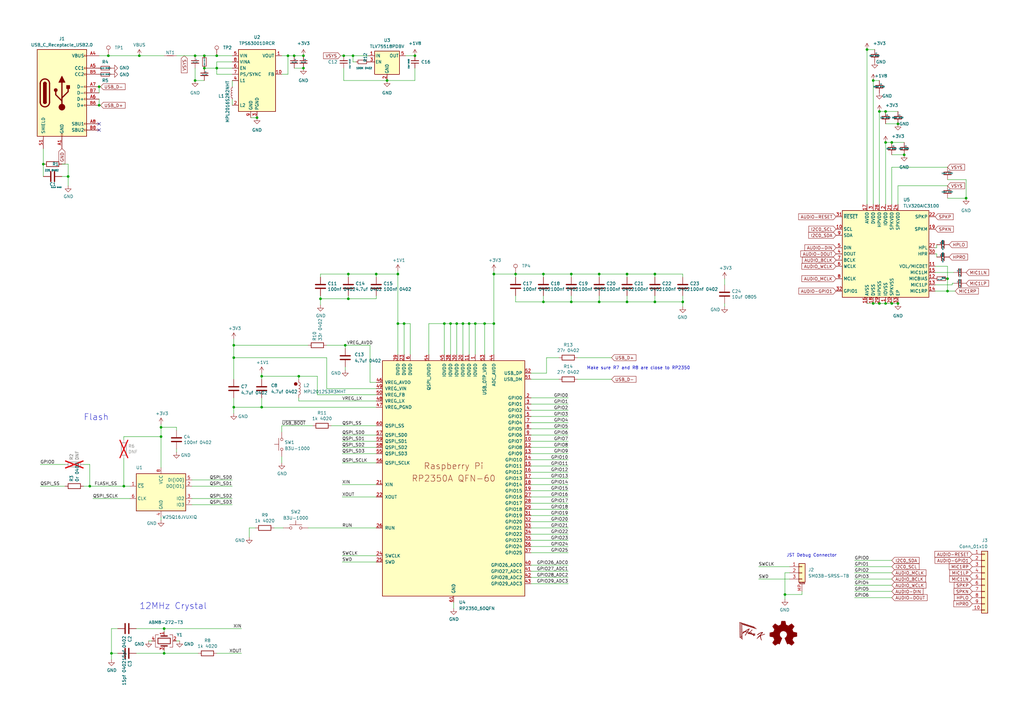
<source format=kicad_sch>
(kicad_sch (version 20231120) (generator "eeschema") (generator_version "8.0")
  (paper "A3")
  (title_block (title "EnvOpenPico") (date "2020-12-18") (company "Envious.Design"))
  (junction (at 358.14 33.02))
  (junction (at 257.175 123.825))
  (junction (at 187.325 132.715))
  (junction (at 245.745 112.395))
  (junction (at 234.315 123.825))
  (junction (at 124.46 27.94))
  (junction (at 170.18 22.86))
  (junction (at 107.315 167.005))
  (junction (at 154.305 112.395))
  (junction (at 365.76 124.46))
  (junction (at 370.84 63.5))
  (junction (at 144.78 22.86))
  (junction (at 163.195 132.715))
  (junction (at 396.24 81.28))
  (junction (at 44.45 22.86))
  (junction (at 245.745 123.825))
  (junction (at 80.01 33.02))
  (junction (at 184.785 132.715))
  (junction (at 222.885 112.395))
  (junction (at 67.31 267.97))
  (junction (at 27.94 72.39))
  (junction (at 165.735 132.715))
  (junction (at 202.565 112.395))
  (junction (at 95.885 141.605))
  (junction (at 363.22 124.46))
  (junction (at 40.64 35.56))
  (junction (at 45.72 267.97))
  (junction (at 368.3 124.46))
  (junction (at 80.01 22.86))
  (junction (at 40.64 43.18))
  (junction (at 124.46 22.86))
  (junction (at 158.75 33.02))
  (junction (at 363.22 58.42))
  (junction (at 365.76 58.42))
  (junction (at 88.9 22.86))
  (junction (at 189.865 132.715))
  (junction (at 66.04 179.07))
  (junction (at 131.445 122.555))
  (junction (at 67.31 257.81))
  (junction (at 358.14 124.46))
  (junction (at 57.15 22.86))
  (junction (at 107.315 154.305))
  (junction (at 368.3 50.8))
  (junction (at 280.035 123.825))
  (junction (at 257.175 112.395))
  (junction (at 122.555 154.305))
  (junction (at 163.195 112.395))
  (junction (at 95.885 167.005))
  (junction (at 355.6 20.32))
  (junction (at 142.875 122.555))
  (junction (at 120.65 22.86))
  (junction (at 234.315 112.395))
  (junction (at 140.97 22.86))
  (junction (at 192.405 132.715))
  (junction (at 83.82 22.86))
  (junction (at 105.41 48.26))
  (junction (at 141.605 141.605))
  (junction (at 83.82 27.94))
  (junction (at 182.245 132.715))
  (junction (at 388.62 114.3))
  (junction (at 88.9 27.94))
  (junction (at 268.605 123.825))
  (junction (at 268.605 112.395))
  (junction (at 222.885 123.825))
  (junction (at 388.62 119.38))
  (junction (at 321.945 243.84))
  (junction (at 17.78 67.31))
  (junction (at 363.22 45.72))
  (junction (at 50.8 199.39))
  (junction (at 95.885 146.685))
  (junction (at 198.755 132.715))
  (junction (at 360.68 45.72))
  (junction (at 202.565 132.715))
  (junction (at 142.875 112.395))
  (junction (at 118.11 22.86))
  (junction (at 360.68 124.46))
  (junction (at 194.945 132.715))
  (junction (at 36.83 199.39))
  (junction (at 211.455 112.395))
  (junction (at 66.04 175.26))
  (no_connect (at 40.64 50.8))
  (no_connect (at 40.64 53.34))
  (wire (pts (xy 245.745 113.665) (xy 245.745 112.395)))
  (wire (pts (xy 217.805 155.575) (xy 229.235 155.575)))
  (wire (pts (xy 184.785 145.415) (xy 184.785 132.715)))
  (wire (pts (xy 133.985 146.685) (xy 133.985 159.385)))
  (wire (pts (xy 44.45 22.86) (xy 57.15 22.86)))
  (wire (pts (xy 388.62 109.22) (xy 388.62 114.3)))
  (wire (pts (xy 383.54 109.22) (xy 388.62 109.22)))
  (wire (pts (xy 130.175 161.925) (xy 130.175 154.305)))
  (wire (pts (xy 66.04 179.07) (xy 66.04 191.77)))
  (wire (pts (xy 217.805 165.735) (xy 233.045 165.735)))
  (wire (pts (xy 115.57 187.325) (xy 115.57 189.865)))
  (wire (pts (xy 234.315 112.395) (xy 245.745 112.395)))
  (wire (pts (xy 268.605 123.825) (xy 280.035 123.825)))
  (wire (pts (xy 211.455 112.395) (xy 222.885 112.395)))
  (wire (pts (xy 78.74 199.39) (xy 95.25 199.39)))
  (wire (pts (xy 396.24 73.66) (xy 396.24 81.28)))
  (wire (pts (xy 105.41 48.26) (xy 102.87 48.26)))
  (wire (pts (xy 130.175 154.305) (xy 122.555 154.305)))
  (wire (pts (xy 126.365 216.535) (xy 154.305 216.535)))
  (wire (pts (xy 16.51 190.5) (xy 26.67 190.5)))
  (wire (pts (xy 95.885 146.685) (xy 133.985 146.685)))
  (wire (pts (xy 107.315 153.035) (xy 107.315 154.305)))
  (wire (pts (xy 222.885 113.665) (xy 222.885 112.395)))
  (wire (pts (xy 142.875 122.555) (xy 154.305 122.555)))
  (wire (pts (xy 140.335 180.975) (xy 154.305 180.975)))
  (wire (pts (xy 198.755 145.415) (xy 198.755 132.715)))
  (wire (pts (xy 151.765 141.605) (xy 151.765 156.845)))
  (wire (pts (xy 224.155 146.685) (xy 229.235 146.685)))
  (wire (pts (xy 350.52 240.03) (xy 365.76 240.03)))
  (wire (pts (xy 217.805 206.375) (xy 233.045 206.375)))
  (wire (pts (xy 217.805 168.275) (xy 233.045 168.275)))
  (wire (pts (xy 88.9 267.97) (xy 99.06 267.97)))
  (wire (pts (xy 115.57 30.48) (xy 118.11 30.48)))
  (wire (pts (xy 140.335 178.435) (xy 154.305 178.435)))
  (wire (pts (xy 217.805 196.215) (xy 233.045 196.215)))
  (wire (pts (xy 165.735 145.415) (xy 165.735 132.715)))
  (wire (pts (xy 257.175 121.285) (xy 257.175 123.825)))
  (wire (pts (xy 365.76 58.42) (xy 370.84 58.42)))
  (wire (pts (xy 388.62 73.66) (xy 396.24 73.66)))
  (wire (pts (xy 72.39 22.86) (xy 80.01 22.86)))
  (wire (pts (xy 144.78 22.86) (xy 151.13 22.86)))
  (wire (pts (xy 131.445 112.395) (xy 142.875 112.395)))
  (wire (pts (xy 95.885 146.685) (xy 95.885 155.575)))
  (wire (pts (xy 168.275 132.715) (xy 168.275 145.415)))
  (wire (pts (xy 257.175 112.395) (xy 268.605 112.395)))
  (wire (pts (xy 217.805 193.675) (xy 233.045 193.675)))
  (wire (pts (xy 140.97 27.94) (xy 140.97 33.02)))
  (wire (pts (xy 122.555 164.465) (xy 122.555 163.195)))
  (wire (pts (xy 198.755 132.715) (xy 202.565 132.715)))
  (wire (pts (xy 368.3 76.2) (xy 368.3 83.82)))
  (wire (pts (xy 360.68 45.72) (xy 363.22 45.72)))
  (wire (pts (xy 66.04 173.99) (xy 66.04 175.26)))
  (wire (pts (xy 311.15 237.49) (xy 323.85 237.49)))
  (wire (pts (xy 194.945 132.715) (xy 194.945 145.415)))
  (wire (pts (xy 50.8 180.34) (xy 50.8 179.07)))
  (wire (pts (xy 217.805 188.595) (xy 233.045 188.595)))
  (wire (pts (xy 358.14 33.02) (xy 360.68 33.02)))
  (wire (pts (xy 72.39 262.89) (xy 73.66 262.89)))
  (wire (pts (xy 83.82 27.94) (xy 88.9 27.94)))
  (wire (pts (xy 217.805 198.755) (xy 233.045 198.755)))
  (wire (pts (xy 217.805 153.035) (xy 224.155 153.035)))
  (wire (pts (xy 140.97 22.86) (xy 144.78 22.86)))
  (wire (pts (xy 350.52 229.87) (xy 365.76 229.87)))
  (wire (pts (xy 107.315 154.305) (xy 122.555 154.305)))
  (wire (pts (xy 384.175 100.33) (xy 384.175 101.6)))
  (wire (pts (xy 67.31 257.81) (xy 99.06 257.81)))
  (wire (pts (xy 140.335 198.755) (xy 154.305 198.755)))
  (wire (pts (xy 112.395 216.535) (xy 116.205 216.535)))
  (wire (pts (xy 388.62 81.28) (xy 396.24 81.28)))
  (wire (pts (xy 234.315 121.285) (xy 234.315 123.825)))
  (wire (pts (xy 182.245 132.715) (xy 184.785 132.715)))
  (wire (pts (xy 280.035 123.825) (xy 280.035 125.73)))
  (wire (pts (xy 67.31 259.08) (xy 67.31 257.81)))
  (wire (pts (xy 202.565 111.125) (xy 202.565 112.395)))
  (wire (pts (xy 72.39 175.26) (xy 66.04 175.26)))
  (wire (pts (xy 323.85 234.95) (xy 321.945 234.95)))
  (wire (pts (xy 102.235 216.535) (xy 102.235 220.345)))
  (wire (pts (xy 140.335 186.055) (xy 154.305 186.055)))
  (wire (pts (xy 217.805 226.695) (xy 233.045 226.695)))
  (wire (pts (xy 245.745 121.285) (xy 245.745 123.825)))
  (wire (pts (xy 245.745 112.395) (xy 257.175 112.395)))
  (wire (pts (xy 95.885 141.605) (xy 95.885 146.685)))
  (wire (pts (xy 358.14 124.46) (xy 360.68 124.46)))
  (wire (pts (xy 163.195 112.395) (xy 163.195 132.715)))
  (wire (pts (xy 95.885 139.065) (xy 95.885 141.605)))
  (wire (pts (xy 57.15 22.86) (xy 67.31 22.86)))
  (wire (pts (xy 165.735 132.715) (xy 168.275 132.715)))
  (wire (pts (xy 88.9 27.94) (xy 88.9 25.4)))
  (wire (pts (xy 328.93 242.57) (xy 328.93 243.84)))
  (wire (pts (xy 217.805 219.075) (xy 233.045 219.075)))
  (wire (pts (xy 141.605 151.765) (xy 141.605 150.495)))
  (wire (pts (xy 211.455 113.665) (xy 211.455 112.395)))
  (wire (pts (xy 140.97 33.02) (xy 158.75 33.02)))
  (wire (pts (xy 120.65 27.94) (xy 124.46 27.94)))
  (wire (pts (xy 360.68 124.46) (xy 363.22 124.46)))
  (wire (pts (xy 27.94 67.31) (xy 27.94 72.39)))
  (wire (pts (xy 154.305 112.395) (xy 163.195 112.395)))
  (wire (pts (xy 107.315 167.005) (xy 154.305 167.005)))
  (wire (pts (xy 128.27 174.625) (xy 115.57 174.625)))
  (wire (pts (xy 166.37 22.86) (xy 170.18 22.86)))
  (wire (pts (xy 40.64 40.64) (xy 40.64 43.18)))
  (wire (pts (xy 194.945 132.715) (xy 198.755 132.715)))
  (wire (pts (xy 355.6 124.46) (xy 358.14 124.46)))
  (wire (pts (xy 34.29 190.5) (xy 36.83 190.5)))
  (wire (pts (xy 122.555 154.305) (xy 122.555 155.575)))
  (wire (pts (xy 45.72 257.81) (xy 45.72 267.97)))
  (wire (pts (xy 280.035 113.665) (xy 280.035 112.395)))
  (wire (pts (xy 118.11 30.48) (xy 118.11 22.86)))
  (wire (pts (xy 217.805 163.195) (xy 233.045 163.195)))
  (wire (pts (xy 217.805 208.915) (xy 233.045 208.915)))
  (wire (pts (xy 222.885 121.285) (xy 222.885 123.825)))
  (wire (pts (xy 217.805 178.435) (xy 233.045 178.435)))
  (wire (pts (xy 36.83 190.5) (xy 36.83 199.39)))
  (wire (pts (xy 358.14 33.02) (xy 358.14 83.82)))
  (wire (pts (xy 80.01 22.86) (xy 83.82 22.86)))
  (wire (pts (xy 217.805 203.835) (xy 233.045 203.835)))
  (wire (pts (xy 384.175 105.41) (xy 384.175 104.14)))
  (wire (pts (xy 142.875 112.395) (xy 154.305 112.395)))
  (wire (pts (xy 360.68 45.72) (xy 360.68 83.82)))
  (wire (pts (xy 217.805 186.055) (xy 233.045 186.055)))
  (wire (pts (xy 192.405 132.715) (xy 194.945 132.715)))
  (wire (pts (xy 217.805 216.535) (xy 233.045 216.535)))
  (wire (pts (xy 170.18 33.02) (xy 158.75 33.02)))
  (wire (pts (xy 391.795 119.38) (xy 388.62 119.38)))
  (wire (pts (xy 66.04 212.09) (xy 66.04 213.36)))
  (wire (pts (xy 107.315 155.575) (xy 107.315 154.305)))
  (wire (pts (xy 154.305 227.965) (xy 140.335 227.965)))
  (wire (pts (xy 390.525 116.84) (xy 383.54 116.84)))
  (wire (pts (xy 350.52 234.95) (xy 365.76 234.95)))
  (wire (pts (xy 236.855 155.575) (xy 250.825 155.575)))
  (wire (pts (xy 186.055 247.015) (xy 186.055 249.555)))
  (wire (pts (xy 66.04 175.26) (xy 66.04 179.07)))
  (wire (pts (xy 187.325 132.715) (xy 189.865 132.715)))
  (wire (pts (xy 72.39 176.53) (xy 72.39 175.26)))
  (wire (pts (xy 268.605 123.825) (xy 257.175 123.825)))
  (wire (pts (xy 363.22 58.42) (xy 363.22 83.82)))
  (wire (pts (xy 234.315 113.665) (xy 234.315 112.395)))
  (wire (pts (xy 154.305 174.625) (xy 135.89 174.625)))
  (wire (pts (xy 107.315 163.195) (xy 107.315 167.005)))
  (wire (pts (xy 268.605 112.395) (xy 280.035 112.395)))
  (wire (pts (xy 88.9 25.4) (xy 95.25 25.4)))
  (wire (pts (xy 154.305 122.555) (xy 154.305 121.285)))
  (wire (pts (xy 80.01 33.02) (xy 80.01 27.94)))
  (wire (pts (xy 151.765 156.845) (xy 154.305 156.845)))
  (wire (pts (xy 55.88 257.81) (xy 67.31 257.81)))
  (wire (pts (xy 60.96 262.89) (xy 62.23 262.89)))
  (wire (pts (xy 95.885 167.005) (xy 95.885 169.545)))
  (wire (pts (xy 131.445 122.555) (xy 131.445 125.095)))
  (wire (pts (xy 321.945 243.84) (xy 321.945 245.745)))
  (wire (pts (xy 48.26 257.81) (xy 45.72 257.81)))
  (wire (pts (xy 48.26 267.97) (xy 45.72 267.97)))
  (wire (pts (xy 133.985 159.385) (xy 154.305 159.385)))
  (wire (pts (xy 217.805 239.395) (xy 233.045 239.395)))
  (wire (pts (xy 257.175 113.665) (xy 257.175 112.395)))
  (wire (pts (xy 163.195 132.715) (xy 163.195 145.415)))
  (wire (pts (xy 154.305 113.665) (xy 154.305 112.395)))
  (wire (pts (xy 350.52 242.57) (xy 365.76 242.57)))
  (wire (pts (xy 187.325 145.415) (xy 187.325 132.715)))
  (wire (pts (xy 40.64 22.86) (xy 44.45 22.86)))
  (wire (pts (xy 355.6 20.32) (xy 355.6 83.82)))
  (wire (pts (xy 365.76 68.58) (xy 388.62 68.58)))
  (wire (pts (xy 16.51 199.39) (xy 26.67 199.39)))
  (wire (pts (xy 217.805 180.975) (xy 233.045 180.975)))
  (wire (pts (xy 131.445 121.285) (xy 131.445 122.555)))
  (wire (pts (xy 222.885 112.395) (xy 234.315 112.395)))
  (wire (pts (xy 88.9 22.86) (xy 95.25 22.86)))
  (wire (pts (xy 365.76 63.5) (xy 370.84 63.5)))
  (wire (pts (xy 154.305 230.505) (xy 140.335 230.505)))
  (wire (pts (xy 120.65 22.86) (xy 124.46 22.86)))
  (wire (pts (xy 17.78 67.31) (xy 17.78 72.39)))
  (wire (pts (xy 217.805 175.895) (xy 233.045 175.895)))
  (wire (pts (xy 88.9 27.94) (xy 88.9 30.48)))
  (wire (pts (xy 355.6 20.32) (xy 358.775 20.32)))
  (wire (pts (xy 217.805 234.315) (xy 233.045 234.315)))
  (wire (pts (xy 268.605 113.665) (xy 268.605 112.395)))
  (wire (pts (xy 383.54 111.76) (xy 391.16 111.76)))
  (wire (pts (xy 175.895 145.415) (xy 175.895 132.715)))
  (wire (pts (xy 202.565 132.715) (xy 202.565 145.415)))
  (wire (pts (xy 245.745 123.825) (xy 234.315 123.825)))
  (wire (pts (xy 363.22 45.72) (xy 368.3 45.72)))
  (wire (pts (xy 131.445 113.665) (xy 131.445 112.395)))
  (wire (pts (xy 224.155 146.685) (xy 224.155 153.035)))
  (wire (pts (xy 217.805 170.815) (xy 233.045 170.815)))
  (wire (pts (xy 118.11 22.86) (xy 115.57 22.86)))
  (wire (pts (xy 141.605 141.605) (xy 151.765 141.605)))
  (wire (pts (xy 363.22 58.42) (xy 365.76 58.42)))
  (wire (pts (xy 222.885 123.825) (xy 211.455 123.825)))
  (wire (pts (xy 365.76 68.58) (xy 365.76 83.82)))
  (wire (pts (xy 95.885 141.605) (xy 126.365 141.605)))
  (wire (pts (xy 234.315 123.825) (xy 222.885 123.825)))
  (wire (pts (xy 368.3 76.2) (xy 388.62 76.2)))
  (wire (pts (xy 384.175 101.6) (xy 383.54 101.6)))
  (wire (pts (xy 78.74 204.47) (xy 95.25 204.47)))
  (wire (pts (xy 390.525 116.205) (xy 391.16 116.205)))
  (wire (pts (xy 78.74 196.85) (xy 95.25 196.85)))
  (wire (pts (xy 363.22 50.8) (xy 368.3 50.8)))
  (wire (pts (xy 163.195 111.125) (xy 163.195 112.395)))
  (wire (pts (xy 55.88 267.97) (xy 67.31 267.97)))
  (wire (pts (xy 268.605 121.285) (xy 268.605 123.825)))
  (wire (pts (xy 192.405 145.415) (xy 192.405 132.715)))
  (wire (pts (xy 217.805 221.615) (xy 233.045 221.615)))
  (wire (pts (xy 189.865 145.415) (xy 189.865 132.715)))
  (wire (pts (xy 25.4 67.31) (xy 27.94 67.31)))
  (wire (pts (xy 154.305 161.925) (xy 130.175 161.925)))
  (wire (pts (xy 139.7 22.86) (xy 140.97 22.86)))
  (wire (pts (xy 217.805 213.995) (xy 233.045 213.995)))
  (wire (pts (xy 217.805 201.295) (xy 233.045 201.295)))
  (wire (pts (xy 88.9 27.94) (xy 95.25 27.94)))
  (wire (pts (xy 211.455 121.285) (xy 211.455 123.825)))
  (wire (pts (xy 388.62 114.3) (xy 388.62 119.38)))
  (wire (pts (xy 365.76 124.46) (xy 363.22 124.46)))
  (wire (pts (xy 133.985 141.605) (xy 141.605 141.605)))
  (wire (pts (xy 72.39 184.15) (xy 72.39 185.42)))
  (wire (pts (xy 175.895 132.715) (xy 182.245 132.715)))
  (wire (pts (xy 311.15 232.41) (xy 323.85 232.41)))
  (wire (pts (xy 95.885 167.005) (xy 107.315 167.005)))
  (wire (pts (xy 50.8 199.39) (xy 53.34 199.39)))
  (wire (pts (xy 40.64 43.18) (xy 41.275 43.18)))
  (wire (pts (xy 182.245 145.415) (xy 182.245 132.715)))
  (wire (pts (xy 280.035 121.285) (xy 280.035 123.825)))
  (wire (pts (xy 67.31 266.7) (xy 67.31 267.97)))
  (wire (pts (xy 217.805 173.355) (xy 233.045 173.355)))
  (wire (pts (xy 67.31 267.97) (xy 81.28 267.97)))
  (wire (pts (xy 350.52 245.11) (xy 365.76 245.11)))
  (wire (pts (xy 165.735 132.715) (xy 163.195 132.715)))
  (wire (pts (xy 80.01 33.02) (xy 83.82 33.02)))
  (wire (pts (xy 118.11 22.86) (xy 120.65 22.86)))
  (wire (pts (xy 368.3 124.46) (xy 365.76 124.46)))
  (wire (pts (xy 146.05 25.4) (xy 144.78 25.4)))
  (wire (pts (xy 17.78 67.31) (xy 17.78 60.96)))
  (wire (pts (xy 45.72 267.97) (xy 45.72 270.51)))
  (wire (pts (xy 297.18 124.46) (xy 297.18 125.73)))
  (wire (pts (xy 350.52 232.41) (xy 365.76 232.41)))
  (wire (pts (xy 217.805 183.515) (xy 233.045 183.515)))
  (wire (pts (xy 170.18 27.94) (xy 170.18 33.02)))
  (wire (pts (xy 390.525 116.205) (xy 390.525 116.84)))
  (wire (pts (xy 50.8 187.96) (xy 50.8 199.39)))
  (wire (pts (xy 217.805 191.135) (xy 233.045 191.135)))
  (wire (pts (xy 257.175 123.825) (xy 245.745 123.825)))
  (wire (pts (xy 115.57 174.625) (xy 115.57 177.165)))
  (wire (pts (xy 50.8 179.07) (xy 66.04 179.07)))
  (wire (pts (xy 321.945 243.84) (xy 328.93 243.84)))
  (wire (pts (xy 34.29 199.39) (xy 36.83 199.39)))
  (wire (pts (xy 217.805 211.455) (xy 233.045 211.455)))
  (wire (pts (xy 95.885 163.195) (xy 95.885 167.005)))
  (wire (pts (xy 154.305 203.835) (xy 140.335 203.835)))
  (wire (pts (xy 95.25 40.64) (xy 95.25 43.18)))
  (wire (pts (xy 141.605 141.605) (xy 141.605 142.875)))
  (wire (pts (xy 217.805 236.855) (xy 233.045 236.855)))
  (wire (pts (xy 189.865 132.715) (xy 192.405 132.715)))
  (wire (pts (xy 144.78 25.4) (xy 144.78 22.86)))
  (wire (pts (xy 297.18 114.3) (xy 297.18 116.84)))
  (wire (pts (xy 202.565 112.395) (xy 202.565 132.715)))
  (wire (pts (xy 388.62 119.38) (xy 383.54 119.38)))
  (wire (pts (xy 40.64 35.56) (xy 41.275 35.56)))
  (wire (pts (xy 321.945 234.95) (xy 321.945 243.84)))
  (wire (pts (xy 217.805 224.155) (xy 233.045 224.155)))
  (wire (pts (xy 184.785 132.715) (xy 187.325 132.715)))
  (wire (pts (xy 104.775 216.535) (xy 102.235 216.535)))
  (wire (pts (xy 154.305 189.865) (xy 140.335 189.865)))
  (wire (pts (xy 202.565 112.395) (xy 211.455 112.395)))
  (wire (pts (xy 95.25 33.02) (xy 95.25 35.56)))
  (wire (pts (xy 38.1 204.47) (xy 53.34 204.47)))
  (wire (pts (xy 142.875 113.665) (xy 142.875 112.395)))
  (wire (pts (xy 78.74 207.01) (xy 95.25 207.01)))
  (wire (pts (xy 140.335 183.515) (xy 154.305 183.515)))
  (wire (pts (xy 27.94 72.39) (xy 27.94 76.2)))
  (wire (pts (xy 236.855 146.685) (xy 250.825 146.685)))
  (wire (pts (xy 142.875 121.285) (xy 142.875 122.555)))
  (wire (pts (xy 40.64 35.56) (xy 40.64 38.1)))
  (wire (pts (xy 95.25 30.48) (xy 88.9 30.48)))
  (wire (pts (xy 217.805 231.775) (xy 233.045 231.775)))
  (wire (pts (xy 83.82 22.86) (xy 88.9 22.86)))
  (wire (pts (xy 131.445 122.555) (xy 142.875 122.555)))
  (wire (pts (xy 350.52 237.49) (xy 365.76 237.49)))
  (wire (pts (xy 384.175 104.14) (xy 383.54 104.14)))
  (wire (pts (xy 36.83 199.39) (xy 50.8 199.39)))
  (wire (pts (xy 122.555 164.465) (xy 154.305 164.465)))
  (wire (pts (xy 25.4 72.39) (xy 27.94 72.39)))
  (circle (center 121.285 157.48) (radius 0.635) (stroke (width 0) (color 132 0 0 1)) (fill (type color) (color 132 0 0 1)))
  (text_box "Could use TLV320AIC3100  instead of PCM3060 if needed, it is much lower power and much newer than the pcm3060.\n" (at 459.74 191.135 0) (size 30.48 16.51) (effects (font (size 1.27 1.27)) (justify left top)))
  (text_box "For the audio IC it says it needs power startup sqequence in the datasheet but im not sure how important this is." (at 459.74 210.82 0) (size 30.48 32.385) (effects (font (size 1.27 1.27)) (justify left top)))
  (text_box "unsure if its worth implementing ANC in the first version of this device but we'll see." (at 459.74 170.18 0) (size 30.48 12.7) (effects (font (size 1.27 1.27)) (justify left top)))
  (text "AS3435 " (at 459.74 170.18 0) (effects (font (size 5 5)) (justify left bottom)))
  (text "Make sure R7 and R8 are close to RP2350\n" (at 240.665 151.765 0) (effects (font (size 1.27 1.27)) (justify left bottom)))
  (text "JST Debug Connector" (at 322.58 228.6 0) (effects (font (size 1.27 1.27)) (justify left bottom)))
  (text "TLV320AIC3100 " (at 459.74 190.5 0) (effects (font (size 5 5)) (justify left bottom)))
  (text "12MHz Crystal" (at 57.15 250.19 0) (effects (font (size 2.54 2.54)) (justify left bottom)))
  (text "Flash" (at 34.29 172.72 0) (effects (font (size 2.54 2.54)) (justify left bottom)))
  (label "~{USB_BOOT}" (at 115.57 174.625 0))
  (label "GPIO22" (at 233.045 219.075 180))
  (label "GPIO28_ADC2" (at 233.045 236.855 180))
  (label "QSPI_SD2" (at 140.335 183.515 0))
  (label "GPIO7" (at 233.045 180.975 180))
  (label "FLASH_SS" (at 38.735 199.39 0))
  (label "GPIO29_ADC3" (at 233.045 239.395 180))
  (label "RUN" (at 140.335 216.535 0))
  (label "GPIO5" (at 233.045 175.895 180))
  (label "GPIO0" (at 350.52 229.87 0))
  (label "QSPI_SS" (at 16.51 199.39 0))
  (label "XIN" (at 140.335 198.755 0))
  (label "GPIO0" (at 16.51 190.5 0))
  (label "VREG_AVDD" (at 142.24 141.605 0))
  (label "GPIO6" (at 350.52 245.11 0))
  (label "GPIO3" (at 233.045 170.815 180))
  (label "GPIO17" (at 233.045 206.375 180))
  (label "GPIO18" (at 233.045 208.915 180))
  (label "GPIO10" (at 233.045 188.595 180))
  (label "GPIO25" (at 233.045 226.695 180))
  (label "GPIO2" (at 233.045 168.275 180))
  (label "QSPI_SD1" (at 95.25 199.39 180))
  (label "QSPI_SD0" (at 95.25 196.85 180))
  (label "XOUT" (at 99.06 267.97 180))
  (label "QSPI_SD1" (at 140.335 180.975 0))
  (label "GPIO24" (at 233.045 224.155 180))
  (label "SWD" (at 140.335 230.505 0))
  (label "GPIO26_ADC0" (at 233.045 231.775 180))
  (label "VREG_LX" (at 140.335 164.465 0))
  (label "GPIO1" (at 350.52 232.41 0))
  (label "GPIO21" (at 233.045 216.535 180))
  (label "GPIO9" (at 233.045 186.055 180))
  (label "GPIO2" (at 350.52 234.95 0))
  (label "QSPI_SD3" (at 95.25 207.01 180))
  (label "QSPI_SCLK" (at 140.335 189.865 0))
  (label "SWD" (at 311.15 237.49 0))
  (label "GPIO1" (at 233.045 165.735 180))
  (label "GPIO16" (at 233.045 203.835 180))
  (label "XOUT" (at 140.335 203.835 0))
  (label "GPIO0" (at 233.045 163.195 180))
  (label "SWCLK" (at 140.335 227.965 0))
  (label "GPIO4" (at 233.045 173.355 180))
  (label "GPIO27_ADC1" (at 233.045 234.315 180))
  (label "GPIO19" (at 233.045 211.455 180))
  (label "GPIO6" (at 233.045 178.435 180))
  (label "XIN" (at 99.06 257.81 180))
  (label "GPIO11" (at 233.045 191.135 180))
  (label "SWCLK" (at 311.15 232.41 0))
  (label "GPIO8" (at 233.045 183.515 180))
  (label "GPIO3" (at 350.52 237.49 0))
  (label "GPIO23" (at 233.045 221.615 180))
  (label "QSPI_SD0" (at 140.335 178.435 0))
  (label "QSPI_SCLK" (at 38.1 204.47 0))
  (label "GPIO15" (at 233.045 201.295 180))
  (label "QSPI_SD2" (at 95.25 204.47 180))
  (label "QSPI_SS" (at 140.335 174.625 0))
  (label "GPIO4" (at 350.52 240.03 0))
  (label "GPIO14" (at 233.045 198.755 180))
  (label "GPIO5" (at 350.52 242.57 0))
  (label "GPIO12" (at 233.045 193.675 180))
  (label "GPIO13" (at 233.045 196.215 180))
  (label "QSPI_SD3" (at 140.335 186.055 0))
  (label "GPIO20" (at 233.045 213.995 180))
  (global_label "AUDIO-RESET" (shape input) (at 398.78 227.33 180) (property "Intersheetrefs" "${INTERSHEET_REFS}" (effects (hide yes))))
  (global_label "USB_D-" (shape input) (at 41.275 35.56 0) (property "Intersheetrefs" "${INTERSHEET_REFS}" (effects (hide yes))))
  (global_label "SPKP" (shape input) (at 383.54 88.9 0) (property "Intersheetrefs" "${INTERSHEET_REFS}" (effects (hide yes))))
  (global_label "SPKN" (shape input) (at 383.54 93.98 0) (property "Intersheetrefs" "${INTERSHEET_REFS}" (effects (hide yes))))
  (global_label "VSYS" (shape input) (at 139.7 22.86 180) (property "Intersheetrefs" "${INTERSHEET_REFS}" (effects (hide yes))))
  (global_label "HPRO" (shape input) (at 389.255 105.41 0) (property "Intersheetrefs" "${INTERSHEET_REFS}" (effects (hide yes))))
  (global_label "AUDIO-GPIO1" (shape input) (at 342.9 119.38 180) (property "Intersheetrefs" "${INTERSHEET_REFS}" (effects (hide yes))))
  (global_label "AUDIO-DOUT" (shape input) (at 365.76 245.11 0) (property "Intersheetrefs" "${INTERSHEET_REFS}" (effects (hide yes))))
  (global_label "AUDIO_BCLK" (shape input) (at 365.76 237.49 0) (property "Intersheetrefs" "${INTERSHEET_REFS}" (effects (hide yes))))
  (global_label "AUDIO_MCLK" (shape input) (at 342.9 114.3 180) (property "Intersheetrefs" "${INTERSHEET_REFS}" (effects (hide yes))))
  (global_label "MIC1LP" (shape input) (at 396.24 116.205 0) (property "Intersheetrefs" "${INTERSHEET_REFS}" (effects (hide yes))))
  (global_label "MIC1RP" (shape input) (at 391.795 119.38 0) (property "Intersheetrefs" "${INTERSHEET_REFS}" (effects (hide yes))))
  (global_label "I2C0_SCL" (shape input) (at 365.76 232.41 0) (property "Intersheetrefs" "${INTERSHEET_REFS}" (effects (hide yes))))
  (global_label "AUDIO-RESET" (shape input) (at 342.9 88.9 180) (property "Intersheetrefs" "${INTERSHEET_REFS}" (effects (hide yes))))
  (global_label "I2C0_SCL" (shape input) (at 342.9 93.98 180) (property "Intersheetrefs" "${INTERSHEET_REFS}" (effects (hide yes))))
  (global_label "AUDIO_WCLK" (shape input) (at 365.76 240.03 0) (property "Intersheetrefs" "${INTERSHEET_REFS}" (effects (hide yes))))
  (global_label "MIC1LN" (shape input) (at 398.78 237.49 180) (property "Intersheetrefs" "${INTERSHEET_REFS}" (effects (hide yes))))
  (global_label "USB_D-" (shape input) (at 250.825 155.575 0) (property "Intersheetrefs" "${INTERSHEET_REFS}" (effects (hide yes))))
  (global_label "GND" (shape input) (at 25.4 60.96 270) (property "Intersheetrefs" "${INTERSHEET_REFS}" (effects (hide yes))))
  (global_label "MIC1RP" (shape input) (at 398.78 232.41 180) (property "Intersheetrefs" "${INTERSHEET_REFS}" (effects (hide yes))))
  (global_label "MIC1LP" (shape input) (at 398.78 234.95 180) (property "Intersheetrefs" "${INTERSHEET_REFS}" (effects (hide yes))))
  (global_label "I2C0_SDA" (shape input) (at 342.9 96.52 180) (property "Intersheetrefs" "${INTERSHEET_REFS}" (effects (hide yes))))
  (global_label "I2C0_SDA" (shape input) (at 365.76 229.87 0) (property "Intersheetrefs" "${INTERSHEET_REFS}" (effects (hide yes))))
  (global_label "HPLO" (shape input) (at 389.255 100.33 0) (property "Intersheetrefs" "${INTERSHEET_REFS}" (effects (hide yes))))
  (global_label "SPKN" (shape input) (at 398.78 242.57 180) (property "Intersheetrefs" "${INTERSHEET_REFS}" (effects (hide yes))))
  (global_label "AUDIO-DIN" (shape input) (at 365.76 242.57 0) (property "Intersheetrefs" "${INTERSHEET_REFS}" (effects (hide yes))))
  (global_label "USB_D+" (shape input) (at 41.275 43.18 0) (property "Intersheetrefs" "${INTERSHEET_REFS}" (effects (hide yes))))
  (global_label "MIC1LN" (shape input) (at 396.24 111.76 0) (property "Intersheetrefs" "${INTERSHEET_REFS}" (effects (hide yes))))
  (global_label "USB_D+" (shape input) (at 250.825 146.685 0) (property "Intersheetrefs" "${INTERSHEET_REFS}" (effects (hide yes))))
  (global_label "HPLO" (shape input) (at 398.78 245.11 180) (property "Intersheetrefs" "${INTERSHEET_REFS}" (effects (hide yes))))
  (global_label "AUDIO_BCLK" (shape input) (at 342.9 106.68 180) (property "Intersheetrefs" "${INTERSHEET_REFS}" (effects (hide yes))))
  (global_label "AUDIO_MCLK" (shape input) (at 365.76 234.95 0) (property "Intersheetrefs" "${INTERSHEET_REFS}" (effects (hide yes))))
  (global_label "AUDIO_WCLK" (shape input) (at 342.9 109.22 180) (property "Intersheetrefs" "${INTERSHEET_REFS}" (effects (hide yes))))
  (global_label "VSYS" (shape input) (at 75.565 22.86 270) (property "Intersheetrefs" "${INTERSHEET_REFS}" (effects (hide yes))))
  (global_label "VSYS" (shape input) (at 388.62 68.58 0) (property "Intersheetrefs" "${INTERSHEET_REFS}" (effects (hide yes))))
  (global_label "HPRO" (shape input) (at 398.78 247.65 180) (property "Intersheetrefs" "${INTERSHEET_REFS}" (effects (hide yes))))
  (global_label "AUDIO-DIN" (shape input) (at 342.9 101.6 180) (property "Intersheetrefs" "${INTERSHEET_REFS}" (effects (hide yes))))
  (global_label "AUDIO-GPIO1" (shape input) (at 398.78 229.87 180) (property "Intersheetrefs" "${INTERSHEET_REFS}" (effects (hide yes))))
  (global_label "AUDIO-DOUT" (shape input) (at 342.9 104.14 180) (property "Intersheetrefs" "${INTERSHEET_REFS}" (effects (hide yes))))
  (global_label "VSYS" (shape input) (at 388.62 76.2 0) (property "Intersheetrefs" "${INTERSHEET_REFS}" (effects (hide yes))))
  (global_label "SPKP" (shape input) (at 398.78 240.03 180) (property "Intersheetrefs" "${INTERSHEET_REFS}" (effects (hide yes))))
  (symbol (lib_id "logo:LOGO") (at 308.61 259.08 0) (unit 1)
    (property "Reference" "#G1" (effects (hide yes)))
    (property "Value" "LOGO" (effects (hide yes)))
    (property "Footprint" "EnvExtras:logo" (effects (hide yes)))
  )
  (symbol (lib_id "Graphic:Logo_Open_Hardware_Small") (at 321.31 260.35 0) (unit 1)
    (property "Reference" "#LOGO1" (effects (hide yes)))
    (property "Value" "Logo_Open_Hardware_Small" (effects (hide yes)))
    (property "Footprint" "EnvExtras:logo" (effects (hide yes)))
  )
  (symbol (lib_id "Device:R_Small") (at 43.18 30.48 270) (mirror x) (unit 1)
    (property "Reference" "R5" (at 43.18 33.02 90))
    (property "Value" "5.1K 0402" (at 43.18 30.48 90) (effects (font (size 0.508 0.508))))
    (property "Footprint" "Resistor_SMD:R_0402_1005Metric" (effects (hide yes)))
    (property "LCSC" " " (effects (hide yes)))
  )
  (symbol (lib_id "Device:R_Small") (at 43.18 27.94 270) (unit 1)
    (property "Reference" "R4" (at 43.18 25.4 90))
    (property "Value" "5.1K 0402" (at 43.18 27.94 90) (effects (font (size 0.508 0.508))))
    (property "Footprint" "Resistor_SMD:R_0402_1005Metric" (effects (hide yes)))
    (property "LCSC" " " (effects (hide yes)))
  )
  (symbol (lib_id "power:GND") (at 45.72 27.94 90) (unit 1)
    (property "Reference" "#PWR02" (effects (hide yes)))
    (property "Value" "GND" (at 48.9712 27.813 90) (effects (justify right)))
  )
  (symbol (lib_id "power:GND") (at 45.72 30.48 90) (mirror x) (unit 1)
    (property "Reference" "#PWR03" (effects (hide yes)))
    (property "Value" "GND" (at 48.9712 30.607 90) (effects (justify right)))
  )
  (symbol (lib_id "Device:C_Small") (at 365.76 60.96 0) (unit 1)
    (property "Reference" "C30" (at 366.395 59.944 0) (effects (font (size 0.25 0.25))))
    (property "Value" "10uF 0402" (at 365.633 60.96 0) (effects (font (size 0.5 0.5))))
    (property "Footprint" "Capacitor_SMD:C_0402_1005Metric" (effects (hide yes)))
  )
  (symbol (lib_id "Device:C_Small") (at 83.82 30.48 0) (unit 1)
    (property "Reference" "C6" (at 84.074 29.464 0) (effects (font (size 0.25 0.25)) (justify left)))
    (property "Value" "0.1uF 0402" (at 82.804 30.607 0) (effects (font (size 0.25 0.25)) (justify left)))
    (property "Footprint" "Capacitor_SMD:C_0402_1005Metric" (effects (hide yes)))
  )
  (symbol (lib_id "power:+1V1") (at 163.195 111.125 0) (unit 1)
    (property "Reference" "#PWR023" (effects (hide yes)))
    (property "Value" "+1V1" (at 163.576 106.7308 0))
  )
  (symbol (lib_id "Device:C_Small") (at 386.715 100.33 90) (unit 1)
    (property "Reference" "C35" (at 385.699 99.695 0) (effects (font (size 0.25 0.25))))
    (property "Value" "47uF 0805" (at 386.715 100.457 0) (effects (font (size 0.5 0.5))))
    (property "Footprint" "Capacitor_SMD:C_0805_2012Metric" (effects (hide yes)))
  )
  (symbol (lib_id "Device:C_Small") (at 368.3 48.26 0) (unit 1)
    (property "Reference" "C31" (at 368.935 47.244 0) (effects (font (size 0.25 0.25))))
    (property "Value" "100nF 0402" (at 368.173 48.26 0) (effects (font (size 0.5 0.5))))
    (property "Footprint" "Capacitor_SMD:C_0402_1005Metric" (effects (hide yes)))
  )
  (symbol (lib_id "power:+1V1") (at 107.315 153.035 0) (unit 1)
    (property "Reference" "#PWR016" (effects (hide yes)))
    (property "Value" "+1V1" (at 107.696 148.6408 0))
  )
  (symbol (lib_id "Device:C") (at 95.885 159.385 0) (unit 1)
    (property "Reference" "C7" (at 98.806 158.5503 0) (effects (justify left)))
    (property "Value" "4.7uf 0402" (at 98.806 161.0872 0) (effects (justify left)))
    (property "Footprint" "RP2350_60QFN_minimal:C_0402_1005Metric_small_pads" (effects (hide yes)))
  )
  (symbol (lib_id "power:+3V3") (at 297.18 114.3 0) (unit 1)
    (property "Reference" "#PWR028" (effects (hide yes)))
    (property "Value" "+3V3" (at 297.561 109.9058 0))
  )
  (symbol (lib_name "GND_1") (lib_id "power:GND") (at 80.01 33.02 0) (unit 1)
    (property "Reference" "#PWR011" (effects (hide yes)))
    (property "Value" "GND" (at 80.01 38.1 0))
  )
  (symbol (lib_id "Device:C_Small") (at 120.65 25.4 0) (unit 1)
    (property "Reference" "C9" (at 120.904 24.384 0) (effects (font (size 0.25 0.25)) (justify left)))
    (property "Value" "10uF 0402" (at 119.634 25.527 0) (effects (font (size 0.25 0.25)) (justify left)))
    (property "Footprint" "Capacitor_SMD:C_0402_1005Metric" (effects (hide yes)))
  )
  (symbol (lib_name "GND_2") (lib_id "power:GND") (at 396.24 81.28 0) (unit 1)
    (property "Reference" "#PWR040" (effects (hide yes)))
    (property "Value" "GND" (at 396.24 86.36 0))
  )
  (symbol (lib_id "Device:C_Small") (at 358.775 22.86 0) (unit 1)
    (property "Reference" "C27" (at 359.41 21.844 0) (effects (font (size 0.25 0.25))))
    (property "Value" "10uF 0402" (at 358.648 22.86 0) (effects (font (size 0.5 0.5))))
    (property "Footprint" "Capacitor_SMD:C_0402_1005Metric" (effects (hide yes)))
  )
  (symbol (lib_id "Connector_Generic:Conn_01x10") (at 403.86 237.49 0) (unit 1)
    (property "Reference" "J3" (at 405.13 221.615 0) (effects (justify right)))
    (property "Value" "Conn_01x10" (at 405.13 224.155 0) (effects (justify right)))
    (property "Footprint" "Connector_PinHeader_2.54mm:PinHeader_2x05_P2.54mm_Vertical" (effects (hide yes)))
  )
  (symbol (lib_id "Device:R") (at 30.48 190.5 90) (unit 1) (on_board no) (dnp yes)
    (property "Reference" "R2" (at 29.3116 188.722 0) (effects (justify left)))
    (property "Value" "DNF" (at 31.623 188.722 0) (effects (justify left)))
    (property "Footprint" "Resistor_SMD:R_0402_1005Metric" (effects (hide yes)))
  )
  (symbol (lib_id "Device:R") (at 130.175 141.605 90) (unit 1)
    (property "Reference" "R10" (at 129.0066 139.827 0) (effects (justify left)))
    (property "Value" "33r 0402" (at 131.318 139.827 0) (effects (justify left)))
    (property "Footprint" "Resistor_SMD:R_0402_1005Metric" (effects (hide yes)))
  )
  (symbol (lib_id "power:GND") (at 60.96 262.89 0) (unit 1)
    (property "Reference" "#PWR06" (effects (hide yes)))
    (property "Value" "GND" (at 57.15 264.16 0))
  )
  (symbol (lib_id "Connector:TestPoint") (at 382.27 -283.845 0) (unit 1)
    (property "Reference" "TP3" (at 384.81 -287.1471 0) (effects (justify left)))
    (property "Value" "TestPoint" (effects (hide yes)))
    (property "Footprint" "TestPoint:TestPoint_Pad_D1.0mm" (effects (hide yes)))
    (property "Description" "test point" (effects (hide yes)))
  )
  (symbol (lib_id "Device:R") (at 233.045 146.685 270) (unit 1)
    (property "Reference" "R13" (at 233.045 141.4272 90))
    (property "Value" "27r 0402" (at 233.045 143.7386 90))
    (property "Footprint" "Resistor_SMD:R_0402_1005Metric" (effects (hide yes)))
  )
  (symbol (lib_id "Device:R") (at 132.08 174.625 270) (unit 1)
    (property "Reference" "R11" (at 132.08 169.3672 90))
    (property "Value" "1k 4020" (at 132.08 171.6786 90))
    (property "Footprint" "Resistor_SMD:R_0402_1005Metric" (effects (hide yes)))
  )
  (symbol (lib_id "power:GND") (at 27.94 76.2 0) (unit 1)
    (property "Reference" "#PWR01" (effects (hide yes)))
    (property "Value" "GND" (at 28.067 80.5942 0))
  )
  (symbol (lib_id "Device:R_Small") (at 83.82 25.4 0) (unit 1)
    (property "Reference" "R7" (at 83.82 24.003 0) (effects (font (size 0.25 0.25))))
    (property "Value" "100ohm 0402" (at 83.82 25.654 90) (effects (font (size 0.25 0.25))))
    (property "Footprint" "Resistor_SMD:R_0402_1005Metric" (effects (hide yes)))
  )
  (symbol (lib_id "power:GND") (at 45.72 270.51 0) (unit 1)
    (property "Reference" "#PWR04" (effects (hide yes)))
    (property "Value" "GND" (at 45.847 274.9042 0))
  )
  (symbol (lib_id "Device:C_Small") (at 386.715 105.41 90) (unit 1)
    (property "Reference" "C36" (at 385.699 104.775 0) (effects (font (size 0.25 0.25))))
    (property "Value" "47uF 0805" (at 386.715 105.537 0) (effects (font (size 0.5 0.5))))
    (property "Footprint" "Capacitor_SMD:C_0805_2012Metric" (effects (hide yes)))
  )
  (symbol (lib_id "power:GND") (at 95.885 169.545 0) (mirror y) (unit 1)
    (property "Reference" "#PWR013" (effects (hide yes)))
    (property "Value" "GND" (at 99.695 170.815 0))
  )
  (symbol (lib_id "power:+1V8") (at 358.14 33.02 0) (unit 1)
    (property "Reference" "#PWR032" (effects (hide yes)))
    (property "Value" "+1V8" (at 361.315 31.115 0))
  )
  (symbol (lib_id "Device:C_Small") (at 170.18 25.4 0) (mirror x) (unit 1)
    (property "Reference" "C16" (at 172.72 25.4 0) (effects (justify left)))
    (property "Value" "10uf 0402" (at 167.64 24.13 90) (effects (font (size 0.508 0.508)) (justify left)))
    (property "Footprint" "Capacitor_SMD:C_0402_1005Metric" (effects (hide yes)))
    (property "LCSC" " " (effects (hide yes)))
  )
  (symbol (lib_id "power:+3V3") (at 363.22 58.42 0) (unit 1)
    (property "Reference" "#PWR035" (effects (hide yes)))
    (property "Value" "+3V3" (at 368.3 55.88 0))
  )
  (symbol (lib_name "GND_1") (lib_id "power:GND") (at 158.75 33.02 0) (unit 1)
    (property "Reference" "#PWR022" (effects (hide yes)))
    (property "Value" "GND" (at 158.75 38.1 0))
  )
  (symbol (lib_name "GND_2") (lib_id "power:GND") (at 370.84 63.5 0) (unit 1)
    (property "Reference" "#PWR039" (effects (hide yes)))
    (property "Value" "GND" (at 370.84 68.58 0))
  )
  (symbol (lib_id "Device:C") (at 297.18 120.65 0) (unit 1)
    (property "Reference" "C24" (at 300.101 119.4816 0) (effects (justify left)))
    (property "Value" "10uf 0805" (at 300.101 121.793 0) (effects (justify left)))
    (property "Footprint" "Capacitor_SMD:C_0805_2012Metric" (effects (hide yes)))
  )
  (symbol (lib_id "Switch:SW_Push") (at 115.57 182.245 90) (unit 1)
    (property "Reference" "SW1" (at 116.713 181.4103 90) (effects (justify right)))
    (property "Value" "B3U-1000" (at 116.713 183.9472 90) (effects (justify right)))
    (property "Footprint" "Button_Switch_SMD:SW_SPST_B3U-1000P-B" (effects (hide yes)))
  )
  (symbol (lib_name "GND_2") (lib_id "power:GND") (at 124.46 27.94 0) (unit 1)
    (property "Reference" "#PWR019" (effects (hide yes)))
    (property "Value" "GND" (at 124.46 33.02 0))
  )
  (symbol (lib_id "Device:Crystal_GND24") (at 67.31 262.89 270) (unit 1)
    (property "Reference" "Y1" (at 72.39 260.35 90) (effects (justify left)))
    (property "Value" "ABM8-272-T3" (at 60.96 255.27 90) (effects (justify left)))
    (property "Footprint" "Crystal:Crystal_SMD_3225-4Pin_3.2x2.5mm" (effects (hide yes)))
  )
  (symbol (lib_id "Device:C") (at 234.315 117.475 0) (unit 1)
    (property "Reference" "C19" (at 237.236 116.3066 0) (effects (justify left)))
    (property "Value" "100nf 0402" (at 237.236 118.618 0) (effects (justify left)))
    (property "Footprint" "Capacitor_SMD:C_0402_1005Metric" (effects (hide yes)))
  )
  (symbol (lib_id "Device:C") (at 52.07 267.97 270) (unit 1)
    (property "Reference" "C3" (at 53.2384 270.891 0) (effects (justify left)))
    (property "Value" "15pf 0402" (at 50.927 270.891 0) (effects (justify left)))
    (property "Footprint" "Capacitor_SMD:C_0402_1005Metric" (effects (hide yes)))
  )
  (symbol (lib_id "Device:C_Small") (at 363.22 48.26 0) (unit 1)
    (property "Reference" "C28" (at 363.855 47.244 0) (effects (font (size 0.25 0.25))))
    (property "Value" "10uF 0402" (at 363.093 48.26 0) (effects (font (size 0.5 0.5))))
    (property "Footprint" "Capacitor_SMD:C_0402_1005Metric" (effects (hide yes)))
  )
  (symbol (lib_id "power:GND") (at 115.57 189.865 0) (unit 1)
    (property "Reference" "#PWR017" (effects (hide yes)))
    (property "Value" "GND" (at 115.697 194.2592 0))
  )
  (symbol (lib_id "Device:C") (at 142.875 117.475 0) (unit 1)
    (property "Reference" "C14" (at 145.796 116.3066 0) (effects (justify left)))
    (property "Value" "4.7uf 0402" (at 145.796 118.618 0) (effects (justify left)))
    (property "Footprint" "Capacitor_SMD:C_0402_1005Metric" (effects (hide yes)))
  )
  (symbol (lib_id "Device:R_Small") (at 148.59 25.4 270) (unit 1)
    (property "Reference" "R12" (at 149.86 21.59 0) (effects (justify left)))
    (property "Value" "100K 0402" (at 146.05 27.94 90) (effects (font (size 0.762 0.762)) (justify left)))
    (property "Footprint" "Resistor_SMD:R_0402_1005Metric" (effects (hide yes)))
    (property "LCSC" " " (effects (hide yes)))
  )
  (symbol (lib_id "Device:C") (at 280.035 117.475 0) (unit 1)
    (property "Reference" "C23" (at 282.956 116.3066 0) (effects (justify left)))
    (property "Value" "100nf 0402" (at 282.956 118.618 0) (effects (justify left)))
    (property "Footprint" "Capacitor_SMD:C_0402_1005Metric" (effects (hide yes)))
  )
  (symbol (lib_name "GND_2") (lib_id "power:GND") (at 368.3 50.8 0) (unit 1)
    (property "Reference" "#PWR037" (effects (hide yes)))
    (property "Value" "GND" (at 370.84 50.8 0))
  )
  (symbol (lib_id "Audio:TLV320AIC3100") (at 363.22 104.14 0) (unit 1)
    (property "Reference" "U5" (at 370.4941 81.915 0) (effects (justify left)))
    (property "Value" "TLV320AIC3100" (at 370.4941 84.455 0) (effects (justify left)))
    (property "Footprint" "Package_DFN_QFN:VQFN-32-1EP_5x5mm_P0.5mm_EP3.15x3.15mm_ThermalVias" (effects (hide yes)))
    (property "Datasheet" "http://www.ti.com/lit/ds/symlink/tlv320aic3100.pdf" (effects (hide yes)))
  )
  (symbol (lib_id "power:+3V3") (at 66.04 173.99 0) (unit 1)
    (property "Reference" "#PWR07" (effects (hide yes)))
    (property "Value" "+3V3" (at 66.421 169.5958 0))
  )
  (symbol (lib_name "GND_2") (lib_id "power:GND") (at 360.68 38.1 0) (unit 1)
    (property "Reference" "#PWR036" (effects (hide yes)))
    (property "Value" "GND" (at 363.855 39.37 0))
  )
  (symbol (lib_id "power:GND") (at 141.605 151.765 0) (unit 1)
    (property "Reference" "#PWR021" (effects (hide yes)))
    (property "Value" "GND" (at 137.795 153.035 0))
  )
  (symbol (lib_id "Device:C_Small") (at 393.7 111.76 90) (unit 1)
    (property "Reference" "C39" (at 392.684 111.125 0) (effects (font (size 0.25 0.25))))
    (property "Value" "1uF 0402" (at 393.7 111.887 0) (effects (font (size 0.5 0.5))))
    (property "Footprint" "Capacitor_SMD:C_0402_1005Metric" (effects (hide yes)))
  )
  (symbol (lib_id "Device:C_Small") (at 370.84 60.96 0) (unit 1)
    (property "Reference" "C32" (at 371.475 59.944 0) (effects (font (size 0.25 0.25))))
    (property "Value" "10uF 0402" (at 370.713 60.96 0) (effects (font (size 0.5 0.5))))
    (property "Footprint" "Capacitor_SMD:C_0402_1005Metric" (effects (hide yes)))
  )
  (symbol (lib_id "power:+3V3") (at 202.565 111.125 0) (unit 1)
    (property "Reference" "#PWR026" (effects (hide yes)))
    (property "Value" "+3V3" (at 202.946 106.7308 0))
  )
  (symbol (lib_id "Device:C") (at 107.315 159.385 0) (unit 1)
    (property "Reference" "C8" (at 111.125 158.115 0) (effects (justify left)))
    (property "Value" "4.7uf 0402" (at 111.125 160.655 0) (effects (justify left)))
    (property "Footprint" "RP2350_60QFN_minimal:C_0402_1005Metric_small_pads" (effects (hide yes)))
  )
  (symbol (lib_id "Connector:TestPoint") (at 44.45 22.86 0) (unit 1)
    (property "Reference" "TP1" (at 46.99 19.5579 0) (effects (justify left)))
    (property "Value" "TestPoint" (effects (hide yes)))
    (property "Footprint" "TestPoint:TestPoint_Pad_D1.0mm" (effects (hide yes)))
    (property "Description" "test point" (effects (hide yes)))
  )
  (symbol (lib_id "power:GND") (at 73.66 262.89 0) (unit 1)
    (property "Reference" "#PWR010" (effects (hide yes)))
    (property "Value" "GND" (at 77.47 264.16 0))
  )
  (symbol (lib_id "power:GND") (at 102.235 220.345 0) (unit 1)
    (property "Reference" "#PWR014" (effects (hide yes)))
    (property "Value" "GND" (at 98.425 221.615 0))
  )
  (symbol (lib_id "Device:C") (at 52.07 257.81 270) (unit 1)
    (property "Reference" "C2" (at 53.2384 260.731 0) (effects (justify left)))
    (property "Value" "15pf 0402" (at 50.927 260.731 0) (effects (justify left)))
    (property "Footprint" "Capacitor_SMD:C_0402_1005Metric" (effects (hide yes)))
  )
  (symbol (lib_id "power:GND") (at 321.945 245.745 0) (mirror y) (unit 1)
    (property "Reference" "#PWR030" (effects (hide yes)))
    (property "Value" "GND" (at 321.818 250.1392 0))
  )
  (symbol (lib_id "power:GND") (at 131.445 125.095 0) (unit 1)
    (property "Reference" "#PWR020" (effects (hide yes)))
    (property "Value" "GND" (at 131.572 129.4892 0))
  )
  (symbol (lib_name "GND_1") (lib_id "power:GND") (at 105.41 48.26 0) (unit 1)
    (property "Reference" "#PWR015" (effects (hide yes)))
    (property "Value" "GND" (at 105.41 53.34 0))
  )
  (symbol (lib_id "power:GND") (at 280.035 125.73 0) (mirror y) (unit 1)
    (property "Reference" "#PWR027" (effects (hide yes)))
    (property "Value" "GND" (at 279.908 130.1242 0))
  )
  (symbol (lib_id "Memory_Flash:W25Q128JVS") (at 66.04 201.93 0) (unit 1)
    (property "Reference" "U1" (at 57.15 191.77 0))
    (property "Value" "W25Q16JVUXIQ" (at 73.66 212.09 0))
    (property "Footprint" "Package_SON:SON-8-1EP_3x2mm_P0.5mm_EP1.4x1.6mm" (effects (hide yes)))
    (property "Datasheet" "http://www.winbond.com/resource-files/w25q128jv_dtr%20revc%2003272018%20plus.pdf" (effects (hide yes)))
  )
  (symbol (lib_id "Device:C") (at 211.455 117.475 0) (unit 1)
    (property "Reference" "C17" (at 214.376 116.3066 0) (effects (justify left)))
    (property "Value" "100nf 0402" (at 214.376 118.618 0) (effects (justify left)))
    (property "Footprint" "Capacitor_SMD:C_0402_1005Metric" (effects (hide yes)))
  )
  (symbol (lib_id "power:GND") (at 297.18 125.73 0) (unit 1)
    (property "Reference" "#PWR029" (effects (hide yes)))
    (property "Value" "GND" (at 293.37 127 0))
  )
  (symbol (lib_id "Device:R") (at 21.59 67.31 90) (unit 1)
    (property "Reference" "R1" (at 24.13 67.31 90) (effects (justify left)))
    (property "Value" "220 0402" (at 24.13 69.85 90) (effects (font (size 0.762 0.762)) (justify left)))
    (property "Footprint" "Resistor_SMD:R_0402_1005Metric" (effects (hide yes)))
    (property "LCSC" " " (effects (hide yes)))
  )
  (symbol (lib_id "Device:C") (at 21.59 72.39 270) (unit 1)
    (property "Reference" "C1" (at 20.32 75.565 90) (effects (justify left)))
    (property "Value" "0.1uf 0402" (at 20.955 76.835 90) (effects (font (size 0.508 0.508)) (justify left)))
    (property "Footprint" "Capacitor_SMD:C_0402_1005Metric" (effects (hide yes)))
    (property "LCSC" " " (effects (hide yes)))
  )
  (symbol (lib_id "Device:C") (at 257.175 117.475 0) (unit 1)
    (property "Reference" "C21" (at 260.096 116.3066 0) (effects (justify left)))
    (property "Value" "100nf 0402" (at 260.096 118.618 0) (effects (justify left)))
    (property "Footprint" "Capacitor_SMD:C_0402_1005Metric" (effects (hide yes)))
  )
  (symbol (lib_id "Device:NetTie_2") (at 69.85 22.86 0) (unit 1) (in_bom no)
    (property "Reference" "NT1" (at 69.85 21.59 0))
    (property "Value" "NetTie_2" (effects (hide yes)))
    (property "Footprint" "NetTie:NetTie-2_SMD_Pad2.0mm" (effects (hide yes)))
    (property "Description" "Net tie, 2 pins" (effects (hide yes)))
  )
  (symbol (lib_id "power:GND") (at 72.39 185.42 0) (unit 1)
    (property "Reference" "#PWR09" (effects (hide yes)))
    (property "Value" "GND" (at 76.2 186.69 0))
  )
  (symbol (lib_id "Device:R") (at 50.8 184.15 0) (unit 1) (on_board no) (dnp yes)
    (property "Reference" "R6" (at 52.578 182.9816 0) (effects (justify left)))
    (property "Value" "DNF" (at 52.578 185.293 0) (effects (justify left)))
    (property "Footprint" "Resistor_SMD:R_0402_1005Metric" (effects (hide yes)))
  )
  (symbol (lib_id "Regulator_Linear:TLV75518PDBV") (at 158.75 25.4 0) (unit 1)
    (property "Reference" "U3" (at 158.75 16.51 0))
    (property "Value" "TLV75518PDBV" (at 158.75 19.05 0))
    (property "Footprint" "Package_TO_SOT_SMD:SOT-23-5" (effects (hide yes)))
    (property "Datasheet" "http://www.ti.com/lit/ds/symlink/tlv755p.pdf" (effects (hide yes)))
  )
  (symbol (lib_id "Device:C_Small") (at 388.62 71.12 0) (unit 1)
    (property "Reference" "C37" (at 389.255 70.104 0) (effects (font (size 0.25 0.25))))
    (property "Value" "100nF 0402" (at 388.493 71.12 0) (effects (font (size 0.5 0.5))))
    (property "Footprint" "Capacitor_SMD:C_0402_1005Metric" (effects (hide yes)))
  )
  (symbol (lib_id "Device:C_Small") (at 360.68 35.56 0) (unit 1)
    (property "Reference" "C29" (at 361.315 34.544 0) (effects (font (size 0.25 0.25))))
    (property "Value" "100nF 0402" (at 360.553 35.56 0) (effects (font (size 0.5 0.5))))
    (property "Footprint" "Capacitor_SMD:C_0402_1005Metric" (effects (hide yes)))
  )
  (symbol (lib_id "Device:R") (at 85.09 267.97 270) (unit 1)
    (property "Reference" "R8" (at 85.09 262.7122 90))
    (property "Value" "1k 4020" (at 85.09 265.0236 90))
    (property "Footprint" "Resistor_SMD:R_0402_1005Metric" (effects (hide yes)))
  )
  (symbol (lib_id "Device:C_Small") (at 388.62 78.74 0) (unit 1)
    (property "Reference" "C38" (at 389.255 77.724 0) (effects (font (size 0.25 0.25))))
    (property "Value" "100nF 0402" (at 388.493 78.74 0) (effects (font (size 0.5 0.5))))
    (property "Footprint" "Capacitor_SMD:C_0402_1005Metric" (effects (hide yes)))
  )
  (symbol (lib_id "Device:C_Small") (at 393.7 116.205 90) (unit 1)
    (property "Reference" "C40" (at 392.684 115.57 0) (effects (font (size 0.25 0.25))))
    (property "Value" "1uF 0402" (at 393.7 116.205 0) (effects (font (size 0.5 0.5))))
    (property "Footprint" "Capacitor_SMD:C_0402_1005Metric" (effects (hide yes)))
  )
  (symbol (lib_id "Device:C") (at 72.39 180.34 0) (unit 1)
    (property "Reference" "C4" (at 75.311 179.1716 0) (effects (justify left)))
    (property "Value" "100nf 0402" (at 75.311 181.483 0) (effects (justify left)))
    (property "Footprint" "Capacitor_SMD:C_0402_1005Metric" (effects (hide yes)))
  )
  (symbol (lib_id "Device:C") (at 131.445 117.475 0) (unit 1)
    (property "Reference" "C11" (at 134.366 116.3066 0) (effects (justify left)))
    (property "Value" "100nf 0402" (at 134.366 118.618 0) (effects (justify left)))
    (property "Footprint" "Capacitor_SMD:C_0402_1005Metric" (effects (hide yes)))
  )
  (symbol (lib_id "Device:C") (at 245.745 117.475 0) (unit 1)
    (property "Reference" "C20" (at 248.666 116.3066 0) (effects (justify left)))
    (property "Value" "100nf 0402" (at 248.666 118.618 0) (effects (justify left)))
    (property "Footprint" "Capacitor_SMD:C_0402_1005Metric" (effects (hide yes)))
  )
  (symbol (lib_id "Connector:USB_C_Receptacle_USB2.0") (at 25.4 38.1 0) (unit 1)
    (property "Reference" "J1" (at 25.4 15.875 0))
    (property "Value" "USB_C_Receptacle_USB2.0" (at 25.4 18.415 0))
    (property "Footprint" "Connector_USB:USB_C_Receptacle_HRO_TYPE-C-31-M-12" (effects (hide yes)))
    (property "Datasheet" "https://www.usb.org/sites/default/files/documents/usb_type-c.zip" (effects (hide yes)))
  )
  (symbol (lib_id "power:VBUS") (at 57.15 22.86 0) (unit 1)
    (property "Reference" "#PWR05" (effects (hide yes)))
    (property "Value" "VBUS" (at 57.15 18.415 0))
  )
  (symbol (lib_id "power:+3V3") (at 355.6 20.32 0) (unit 1)
    (property "Reference" "#PWR031" (effects (hide yes)))
    (property "Value" "+3V3" (at 360.68 17.78 0))
  )
  (symbol (lib_id "Device:L_Small") (at 95.25 38.1 0) (mirror y) (unit 1)
    (property "Reference" "L1" (at 89.535 39.37 0) (effects (justify right)))
    (property "Value" "MPL2016S2R2NHT" (at 93.345 33.02 90) (effects (justify right)))
    (property "Footprint" "Inductor_SMD:L_0805_2012Metric" (effects (hide yes)))
  )
  (symbol (lib_id "power:+1V8") (at 170.18 22.86 0) (unit 1)
    (property "Reference" "#PWR024" (effects (hide yes)))
    (property "Value" "+1V8" (at 170.18 17.78 0))
  )
  (symbol (lib_id "MCU_RaspberryPi_RP2350:RP2350_60QFN") (at 186.055 196.215 0) (unit 1)
    (property "Reference" "U4" (at 188.2491 247.015 0) (effects (justify left)))
    (property "Value" "RP2350_60QFN" (at 188.2491 249.555 0) (effects (justify left)))
    (property "Footprint" "RP2350_60QFN_minimal:RP2350-QFN-60-1EP_7x7_P0.4mm_EP3.4x3.4mm_ThermalVias" (effects (hide yes)))
  )
  (symbol (lib_id "power:+3V3") (at 95.885 139.065 0) (unit 1)
    (property "Reference" "#PWR012" (effects (hide yes)))
    (property "Value" "+3V3" (at 96.266 134.6708 0))
  )
  (symbol (lib_name "GND_2") (lib_id "power:GND") (at 358.775 25.4 0) (unit 1)
    (property "Reference" "#PWR034" (effects (hide yes)))
    (property "Value" "GND" (at 361.315 25.4 0))
  )
  (symbol (lib_id "Device:R_Small") (at 386.08 114.3 270) (unit 1)
    (property "Reference" "R15" (at 386.207 114.046 90) (effects (font (size 0.5 0.5)) (justify left)))
    (property "Value" "22K 0402" (at 384.556 114.681 90) (effects (font (size 0.25 0.25)) (justify left)))
    (property "Footprint" "Resistor_SMD:R_0402_1005Metric" (effects (hide yes)))
    (property "LCSC" " " (effects (hide yes)))
  )
  (symbol (lib_id "Device:R") (at 108.585 216.535 270) (unit 1)
    (property "Reference" "R9" (at 108.585 211.2772 90))
    (property "Value" "1k 4020" (at 108.585 213.5886 90))
    (property "Footprint" "Resistor_SMD:R_0402_1005Metric" (effects (hide yes)))
  )
  (symbol (lib_id "Switch:SW_Push") (at 121.285 216.535 0) (unit 1)
    (property "Reference" "SW2" (at 121.285 209.9142 0))
    (property "Value" "B3U-1000" (at 121.285 212.4511 0))
    (property "Footprint" "Button_Switch_SMD:SW_SPST_B3U-1000P-B" (effects (hide yes)))
  )
  (symbol (lib_id "power:+3V3") (at 360.68 45.72 0) (unit 1)
    (property "Reference" "#PWR033" (effects (hide yes)))
    (property "Value" "+3V3" (at 365.76 43.18 0))
  )
  (symbol (lib_id "Regulator_Switching:TPS63001") (at 105.41 33.02 0) (unit 1)
    (property "Reference" "U2" (at 105.41 15.24 0))
    (property "Value" "TPS63001DRCR" (at 105.41 17.78 0))
    (property "Footprint" "Package_SON:Texas_DRC0010J_ThermalVias" (effects (hide yes)))
    (property "Datasheet" "http://www.ti.com/lit/ds/symlink/tps63000.pdf" (effects (hide yes)))
  )
  (symbol (lib_id "power:GND") (at 66.04 213.36 0) (unit 1)
    (property "Reference" "#PWR08" (effects (hide yes)))
    (property "Value" "GND" (at 62.23 214.63 0))
  )
  (symbol (lib_id "power:GND") (at 186.055 249.555 0) (unit 1)
    (property "Reference" "#PWR025" (effects (hide yes)))
    (property "Value" "GND" (at 186.182 253.9492 0))
  )
  (symbol (lib_id "Device:L") (at 122.555 159.385 0) (unit 1)
    (property "Reference" "L2" (at 124.46 158.1149 0) (effects (justify left)))
    (property "Value" "MPL2012S3R3MHT" (at 124.46 160.6549 0) (effects (justify left)))
    (property "Footprint" "Inductor_SMD:L_0805_2012Metric" (effects (hide yes)))
  )
  (symbol (lib_id "Connector_Generic_MountingPin:Conn_01x03_MountingPin") (at 328.93 234.95 0) (unit 1)
    (property "Reference" "J2" (at 331.47 233.68 0) (effects (justify left)))
    (property "Value" "SM03B-SRSS-TB" (at 331.47 236.22 0) (effects (justify left)))
    (property "Footprint" "Connector_JST:JST_SH_SM03B-SRSS-TB_1x03-1MP_P1.00mm_Horizontal" (effects (hide yes)))
  )
  (symbol (lib_id "Device:R") (at 30.48 199.39 90) (unit 1)
    (property "Reference" "R3" (at 29.3116 197.612 0) (effects (justify left)))
    (property "Value" "0r 0402" (at 31.623 197.612 0) (effects (justify left)))
    (property "Footprint" "Resistor_SMD:R_0402_1005Metric" (effects (hide yes)))
  )
  (symbol (lib_id "Device:R") (at 233.045 155.575 270) (unit 1)
    (property "Reference" "R14" (at 233.045 150.3172 90))
    (property "Value" "27r 0402" (at 233.045 152.6286 90))
    (property "Footprint" "Resistor_SMD:R_0402_1005Metric" (effects (hide yes)))
  )
  (symbol (lib_id "Device:C") (at 222.885 117.475 0) (unit 1)
    (property "Reference" "C18" (at 225.806 116.3066 0) (effects (justify left)))
    (property "Value" "100nf 0402" (at 225.806 118.618 0) (effects (justify left)))
    (property "Footprint" "Capacitor_SMD:C_0402_1005Metric" (effects (hide yes)))
  )
  (symbol (lib_id "Device:C_Small") (at 80.01 25.4 0) (unit 1)
    (property "Reference" "C5" (at 80.264 24.384 0) (effects (font (size 0.25 0.25)) (justify left)))
    (property "Value" "10uF 0402" (at 78.994 25.527 0) (effects (font (size 0.25 0.25)) (justify left)))
    (property "Footprint" "Capacitor_SMD:C_0402_1005Metric" (effects (hide yes)))
  )
  (symbol (lib_id "Device:C_Small") (at 140.97 25.4 180) (unit 1)
    (property "Reference" "C12" (at 138.43 25.4 0) (effects (justify left)))
    (property "Value" "10uf 0402" (at 143.51 24.13 90) (effects (font (size 0.508 0.508)) (justify left)))
    (property "Footprint" "Capacitor_SMD:C_0402_1005Metric" (effects (hide yes)))
    (property "LCSC" " " (effects (hide yes)))
  )
  (symbol (lib_id "Device:C_Small") (at 124.46 25.4 0) (unit 1)
    (property "Reference" "C10" (at 124.714 24.384 0) (effects (font (size 0.25 0.25)) (justify left)))
    (property "Value" "10uF 0402" (at 123.444 25.527 0) (effects (font (size 0.25 0.25)) (justify left)))
    (property "Footprint" "Capacitor_SMD:C_0402_1005Metric" (effects (hide yes)))
  )
  (symbol (lib_id "Device:C") (at 268.605 117.475 0) (unit 1)
    (property "Reference" "C22" (at 271.526 116.3066 0) (effects (justify left)))
    (property "Value" "100nf 0402" (at 271.526 118.618 0) (effects (justify left)))
    (property "Footprint" "Capacitor_SMD:C_0402_1005Metric" (effects (hide yes)))
  )
  (symbol (lib_name "+3V3_1") (lib_id "power:+3V3") (at 124.46 22.86 0) (unit 1)
    (property "Reference" "#PWR018" (effects (hide yes)))
    (property "Value" "+3V3" (at 124.46 17.78 0))
  )
  (symbol (lib_id "Connector:TestPoint") (at 211.455 112.395 0) (unit 1)
    (property "Reference" "TP4" (at 213.995 109.0929 0) (effects (justify left)))
    (property "Value" "TestPoint" (effects (hide yes)))
    (property "Footprint" "TestPoint:TestPoint_Pad_D1.0mm" (effects (hide yes)))
    (property "Description" "test point" (effects (hide yes)))
  )
  (symbol (lib_id "Connector:TestPoint") (at 88.9 22.86 0) (unit 1)
    (property "Reference" "TP2" (at 91.44 19.5579 0) (effects (justify left)))
    (property "Value" "TestPoint" (effects (hide yes)))
    (property "Footprint" "TestPoint:TestPoint_Pad_D1.0mm" (effects (hide yes)))
    (property "Description" "test point" (effects (hide yes)))
  )
  (symbol (lib_id "Device:C") (at 154.305 117.475 0) (unit 1)
    (property "Reference" "C15" (at 157.226 116.3066 0) (effects (justify left)))
    (property "Value" "100nf 0402" (at 157.226 118.618 0) (effects (justify left)))
    (property "Footprint" "Capacitor_SMD:C_0402_1005Metric" (effects (hide yes)))
  )
  (symbol (lib_name "GND_3") (lib_id "power:GND") (at 368.3 124.46 0) (unit 1)
    (property "Reference" "#PWR038" (effects (hide yes)))
    (property "Value" "GND" (at 368.3 129.54 0))
  )
  (symbol (lib_id "Power_Supervisor:LM3880") (at 474.345 234.315 0) (unit 1) (on_board no)
    (property "Reference" "U6" (at 476.5391 224.155 0) (effects (justify left)))
    (property "Value" "LM3880" (at 476.5391 226.695 0) (effects (justify left)))
    (property "Footprint" "Package_TO_SOT_SMD:SOT-23-6" (effects (hide yes)))
    (property "Datasheet" "http://www.ti.com/lit/ds/symlink/lm3880.pdf" (effects (hide yes)))
  )
  (symbol (lib_id "Device:C") (at 141.605 146.685 0) (unit 1)
    (property "Reference" "C13" (at 145.415 145.415 0) (effects (justify left)))
    (property "Value" "4.7uf 0402" (at 145.415 147.955 0) (effects (justify left)))
    (property "Footprint" "Capacitor_SMD:C_0402_1005Metric" (effects (hide yes)))
  )
)
</source>
